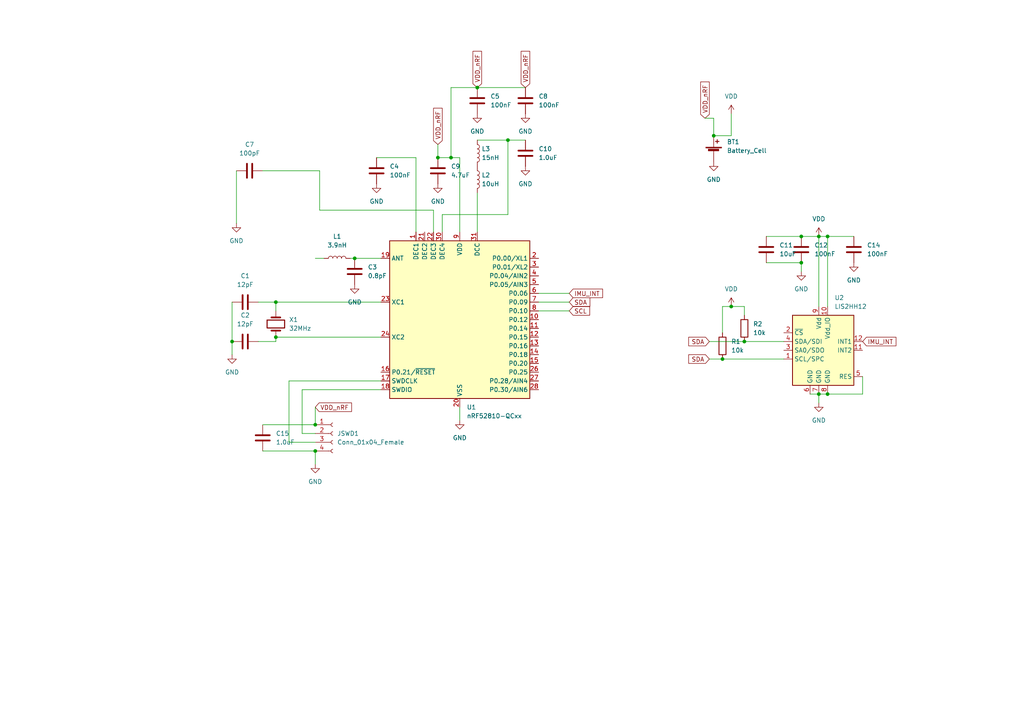
<source format=kicad_sch>
(kicad_sch (version 20211123) (generator eeschema)
  (paper "A4")
  (lib_symbols
    (symbol "Connector:Conn_01x04_Female" (pin_names (offset 1.016) hide)
      (property "Reference" "J" (at 0 5.08 0))
      (property "Value" "Conn_01x04_Female" (at 0 -7.62 0))
      (symbol "Conn_01x04_Female_1_1"
        (arc (start 0 -4.572) (mid -0.508 -5.08) (end 0 -5.588) (stroke (width 0.1524)))
        (arc (start 0 -2.032) (mid -0.508 -2.54) (end 0 -3.048) (stroke (width 0.1524)))
        (polyline (pts (xy -1.27 -5.08) (xy -0.508 -5.08)) (stroke (width 0.1524)))
        (polyline (pts (xy -1.27 -2.54) (xy -0.508 -2.54)) (stroke (width 0.1524)))
        (polyline (pts (xy -1.27 0) (xy -0.508 0)) (stroke (width 0.1524)))
        (polyline (pts (xy -1.27 2.54) (xy -0.508 2.54)) (stroke (width 0.1524)))
        (arc (start 0 0.508) (mid -0.508 0) (end 0 -0.508) (stroke (width 0.1524)))
        (arc (start 0 3.048) (mid -0.508 2.54) (end 0 2.032) (stroke (width 0.1524)))
        (pin passive line (at -5.08 2.54 0) (length 3.81) (name "Pin_1") (number "1"))
        (pin passive line (at -5.08 0 0) (length 3.81) (name "Pin_2") (number "2"))
        (pin passive line (at -5.08 -2.54 0) (length 3.81) (name "Pin_3") (number "3"))
        (pin passive line (at -5.08 -5.08 0) (length 3.81) (name "Pin_4") (number "4"))
      )
    )
    (symbol "Device:Battery_Cell" (pin_numbers hide) (pin_names (offset 0) hide)
      (property "Reference" "BT" (at 2.54 2.54 0))
      (property "Value" "Battery_Cell" (at 2.54 0 0))
      (symbol "Battery_Cell_0_1"
        (rectangle (start -2.286 1.778) (end 2.286 1.524) (fill (type outline)))
        (rectangle (start -1.5748 1.1938) (end 1.4732 0.6858) (fill (type outline)))
        (polyline (pts (xy 0 0.762) (xy 0 0)))
        (polyline (pts (xy 0 1.778) (xy 0 2.54)))
        (polyline (pts (xy 0.508 3.429) (xy 1.524 3.429)) (stroke (width 0.254)))
        (polyline (pts (xy 1.016 3.937) (xy 1.016 2.921)) (stroke (width 0.254)))
      )
      (symbol "Battery_Cell_1_1"
        (pin passive line (at 0 5.08 270) (length 2.54) (name "+") (number "1"))
        (pin passive line (at 0 -2.54 90) (length 2.54) (name "-") (number "2"))
      )
    )
    (symbol "Device:C" (pin_numbers hide) (pin_names (offset 0.254))
      (property "Reference" "C" (at 0.635 2.54 0))
      (property "Value" "C" (at 0.635 -2.54 0))
      (symbol "C_0_1"
        (polyline (pts (xy -2.032 -0.762) (xy 2.032 -0.762)) (stroke (width 0.508)))
        (polyline (pts (xy -2.032 0.762) (xy 2.032 0.762)) (stroke (width 0.508)))
      )
      (symbol "C_1_1"
        (pin passive line (at 0 3.81 270) (length 2.794) (name "~") (number "1"))
        (pin passive line (at 0 -3.81 90) (length 2.794) (name "~") (number "2"))
      )
    )
    (symbol "Device:Crystal" (pin_numbers hide) (pin_names (offset 1.016) hide)
      (property "Reference" "Y" (at 0 3.81 0))
      (property "Value" "Crystal" (at 0 -3.81 0))
      (symbol "Crystal_0_1"
        (rectangle (start -1.143 2.54) (end 1.143 -2.54) (stroke (width 0.3048)))
        (polyline (pts (xy -2.54 0) (xy -1.905 0)))
        (polyline (pts (xy -1.905 -1.27) (xy -1.905 1.27)) (stroke (width 0.508)))
        (polyline (pts (xy 1.905 -1.27) (xy 1.905 1.27)) (stroke (width 0.508)))
        (polyline (pts (xy 2.54 0) (xy 1.905 0)))
      )
      (symbol "Crystal_1_1"
        (pin passive line (at -3.81 0 0) (length 1.27) (name "1") (number "1"))
        (pin passive line (at 3.81 0 180) (length 1.27) (name "2") (number "2"))
      )
    )
    (symbol "Device:L" (pin_numbers hide) (pin_names (offset 1.016) hide)
      (property "Reference" "L" (at -1.27 0 90))
      (property "Value" "L" (at 1.905 0 90))
      (symbol "L_0_1"
        (arc (start 0 -2.54) (mid 0.635 -1.905) (end 0 -1.27))
        (arc (start 0 -1.27) (mid 0.635 -0.635) (end 0 0))
        (arc (start 0 0) (mid 0.635 0.635) (end 0 1.27))
        (arc (start 0 1.27) (mid 0.635 1.905) (end 0 2.54))
      )
      (symbol "L_1_1"
        (pin passive line (at 0 3.81 270) (length 1.27) (name "1") (number "1"))
        (pin passive line (at 0 -3.81 90) (length 1.27) (name "2") (number "2"))
      )
    )
    (symbol "Device:R" (pin_numbers hide) (pin_names (offset 0))
      (property "Reference" "R" (at 2.032 0 90))
      (property "Value" "R" (at 0 0 90))
      (symbol "R_0_1"
        (rectangle (start -1.016 -2.54) (end 1.016 2.54) (stroke (width 0.254)))
      )
      (symbol "R_1_1"
        (pin passive line (at 0 3.81 270) (length 1.27) (name "~") (number "1"))
        (pin passive line (at 0 -3.81 90) (length 1.27) (name "~") (number "2"))
      )
    )
    (symbol "MCU_Nordic:nRF52810-QCxx"
      (property "Reference" "U" (at 0 1.27 0))
      (property "Value" "nRF52810-QCxx" (at 0 -1.27 0))
      (symbol "nRF52810-QCxx_0_1"
        (rectangle (start -20.32 22.86) (end 20.32 -22.86) (stroke (width 0.254)) (fill (type background)))
      )
      (symbol "nRF52810-QCxx_1_1"
        (pin passive line (at -12.7 25.4 270) (length 2.54) (name "DEC1") (number "1"))
        (pin bidirectional line (at 22.86 0 180) (length 2.54) (name "P0.12") (number "10"))
        (pin bidirectional line (at 22.86 -2.54 180) (length 2.54) (name "P0.14") (number "11"))
        (pin bidirectional line (at 22.86 -5.08 180) (length 2.54) (name "P0.15") (number "12"))
        (pin bidirectional line (at 22.86 -7.62 180) (length 2.54) (name "P0.16") (number "13"))
        (pin bidirectional line (at 22.86 -10.16 180) (length 2.54) (name "P0.18") (number "14"))
        (pin bidirectional line (at 22.86 -12.7 180) (length 2.54) (name "P0.20") (number "15"))
        (pin bidirectional line (at -22.86 -15.24 0) (length 2.54) (name "P0.21/~{RESET}") (number "16"))
        (pin input line (at -22.86 -17.78 0) (length 2.54) (name "SWDCLK") (number "17"))
        (pin bidirectional line (at -22.86 -20.32 0) (length 2.54) (name "SWDIO") (number "18"))
        (pin passive line (at -22.86 17.78 0) (length 2.54) (name "ANT") (number "19"))
        (pin bidirectional line (at 22.86 17.78 180) (length 2.54) (name "P0.00/XL1") (number "2"))
        (pin power_in line (at 0 -25.4 90) (length 2.54) (name "VSS") (number "20"))
        (pin passive line (at -10.16 25.4 270) (length 2.54) (name "DEC2") (number "21"))
        (pin passive line (at -7.62 25.4 270) (length 2.54) (name "DEC3") (number "22"))
        (pin input line (at -22.86 5.08 0) (length 2.54) (name "XC1") (number "23"))
        (pin input line (at -22.86 -5.08 0) (length 2.54) (name "XC2") (number "24"))
        (pin passive line (at 0 25.4 270) (length 2.54) hide (name "VDD") (number "25"))
        (pin bidirectional line (at 22.86 -15.24 180) (length 2.54) (name "P0.25") (number "26"))
        (pin bidirectional line (at 22.86 -17.78 180) (length 2.54) (name "P0.28/AIN4") (number "27"))
        (pin bidirectional line (at 22.86 -20.32 180) (length 2.54) (name "P0.30/AIN6") (number "28"))
        (pin passive line (at 0 -25.4 90) (length 2.54) hide (name "VSS") (number "29"))
        (pin bidirectional line (at 22.86 15.24 180) (length 2.54) (name "P0.01/XL2") (number "3"))
        (pin passive line (at -5.08 25.4 270) (length 2.54) (name "DEC4") (number "30"))
        (pin power_out line (at 5.08 25.4 270) (length 2.54) (name "DCC") (number "31"))
        (pin passive line (at 0 25.4 270) (length 2.54) hide (name "VDD") (number "32"))
        (pin passive line (at 0 -25.4 90) (length 2.54) hide (name "VSS") (number "33"))
        (pin bidirectional line (at 22.86 12.7 180) (length 2.54) (name "P0.04/AIN2") (number "4"))
        (pin bidirectional line (at 22.86 10.16 180) (length 2.54) (name "P0.05/AIN3") (number "5"))
        (pin bidirectional line (at 22.86 7.62 180) (length 2.54) (name "P0.06") (number "6"))
        (pin bidirectional line (at 22.86 5.08 180) (length 2.54) (name "P0.09") (number "7"))
        (pin bidirectional line (at 22.86 2.54 180) (length 2.54) (name "P0.10") (number "8"))
        (pin power_in line (at 0 25.4 270) (length 2.54) (name "VDD") (number "9"))
      )
    )
    (symbol "Sensor_Motion:LIS2HH12"
      (property "Reference" "U" (at -5.08 11.43 0))
      (property "Value" "LIS2HH12" (at 3.81 11.43 0))
      (symbol "LIS2HH12_0_1"
        (rectangle (start -7.62 10.16) (end 10.16 -10.16) (stroke (width 0.254)) (fill (type background)))
      )
      (symbol "LIS2HH12_1_1"
        (pin input line (at -10.16 -2.54 0) (length 2.54) (name "SCL/SPC") (number "1"))
        (pin power_in line (at 2.54 12.7 270) (length 2.54) (name "Vdd_IO") (number "10"))
        (pin output line (at 12.7 0 180) (length 2.54) (name "INT2") (number "11"))
        (pin output line (at 12.7 2.54 180) (length 2.54) (name "INT1") (number "12"))
        (pin input line (at -10.16 5.08 0) (length 2.54) (name "~{CS}") (number "2"))
        (pin bidirectional line (at -10.16 0 0) (length 2.54) (name "SA0/SDO") (number "3"))
        (pin bidirectional line (at -10.16 2.54 0) (length 2.54) (name "SDA/SDI") (number "4"))
        (pin passive line (at 12.7 -7.62 180) (length 2.54) (name "RES") (number "5"))
        (pin power_in line (at -2.54 -12.7 90) (length 2.54) (name "GND") (number "6"))
        (pin power_in line (at 0 -12.7 90) (length 2.54) (name "GND") (number "7"))
        (pin power_in line (at 2.54 -12.7 90) (length 2.54) (name "GND") (number "8"))
        (pin power_in line (at 0 12.7 270) (length 2.54) (name "Vdd") (number "9"))
      )
    )
    (symbol "power:GND" (power) (pin_names (offset 0))
      (property "Value" "GND" (at 0 -3.81 0))
      (symbol "GND_0_1"
        (polyline (pts (xy 0 0) (xy 0 -1.27) (xy 1.27 -1.27) (xy 0 -2.54) (xy -1.27 -1.27) (xy 0 -1.27)))
      )
      (symbol "GND_1_1"
        (pin power_in line (at 0 0 270) (length 0) hide (name "GND") (number "1"))
      )
    )
    (symbol "power:VDD" (power) (pin_names (offset 0))
      (property "Value" "VDD" (at 0 3.81 0))
      (symbol "VDD_0_1"
        (polyline (pts (xy -0.762 1.27) (xy 0 2.54)))
        (polyline (pts (xy 0 0) (xy 0 2.54)))
        (polyline (pts (xy 0 2.54) (xy 0.762 1.27)))
      )
      (symbol "VDD_1_1"
        (pin power_in line (at 0 0 90) (length 0) hide (name "VDD") (number "1"))
      )
    )
  )
  (junction (at 91.44 123.19))
  (junction (at 212.09 88.9))
  (junction (at 237.49 114.3))
  (junction (at 91.44 130.81))
  (junction (at 138.43 25.4))
  (junction (at 237.49 68.58))
  (junction (at 207.01 39.37))
  (junction (at 232.41 76.2))
  (junction (at 147.32 40.64))
  (junction (at 130.81 45.72))
  (junction (at 209.55 104.14))
  (junction (at 232.41 68.58))
  (junction (at 80.01 97.79))
  (junction (at 215.9 99.06))
  (junction (at 102.87 74.93))
  (junction (at 67.31 99.06))
  (junction (at 240.03 68.58))
  (junction (at 240.03 114.3))
  (junction (at 127 45.72))
  (junction (at 80.01 87.63))
  (wire (pts (xy 250.19 109.22) (xy 250.19 114.3)))
  (wire (pts (xy 67.31 99.06) (xy 67.31 102.87)))
  (wire (pts (xy 127 45.72) (xy 130.81 45.72)))
  (wire (pts (xy 130.81 45.72) (xy 133.35 45.72)))
  (wire (pts (xy 205.74 104.14) (xy 209.55 104.14)))
  (wire (pts (xy 133.35 118.11) (xy 133.35 121.92)))
  (wire (pts (xy 92.71 49.53) (xy 92.71 60.96)))
  (wire (pts (xy 87.63 125.73) (xy 87.63 113.03)))
  (wire (pts (xy 237.49 68.58) (xy 237.49 88.9)))
  (wire (pts (xy 240.03 68.58) (xy 240.03 88.9)))
  (wire (pts (xy 80.01 97.79) (xy 110.49 97.79)))
  (wire (pts (xy 138.43 25.4) (xy 130.81 25.4)))
  (wire (pts (xy 204.47 34.29) (xy 207.01 34.29)))
  (wire (pts (xy 215.9 91.44) (xy 215.9 88.9)))
  (wire (pts (xy 205.74 99.06) (xy 215.9 99.06)))
  (wire (pts (xy 232.41 68.58) (xy 237.49 68.58)))
  (wire (pts (xy 83.82 110.49) (xy 83.82 128.27)))
  (wire (pts (xy 127 41.91) (xy 127 45.72)))
  (wire (pts (xy 120.65 45.72) (xy 109.22 45.72)))
  (wire (pts (xy 83.82 128.27) (xy 91.44 128.27)))
  (wire (pts (xy 215.9 99.06) (xy 227.33 99.06)))
  (wire (pts (xy 212.09 39.37) (xy 212.09 33.02)))
  (wire (pts (xy 80.01 87.63) (xy 110.49 87.63)))
  (wire (pts (xy 76.2 130.81) (xy 91.44 130.81)))
  (wire (pts (xy 76.2 49.53) (xy 92.71 49.53)))
  (wire (pts (xy 80.01 99.06) (xy 74.93 99.06)))
  (wire (pts (xy 138.43 40.64) (xy 147.32 40.64)))
  (wire (pts (xy 234.95 114.3) (xy 237.49 114.3)))
  (wire (pts (xy 130.81 25.4) (xy 130.81 45.72)))
  (wire (pts (xy 156.21 85.09) (xy 165.1 85.09)))
  (wire (pts (xy 67.31 87.63) (xy 67.31 99.06)))
  (wire (pts (xy 237.49 114.3) (xy 240.03 114.3)))
  (wire (pts (xy 247.65 68.58) (xy 240.03 68.58)))
  (wire (pts (xy 215.9 88.9) (xy 212.09 88.9)))
  (wire (pts (xy 156.21 90.17) (xy 165.1 90.17)))
  (wire (pts (xy 74.93 87.63) (xy 80.01 87.63)))
  (wire (pts (xy 207.01 34.29) (xy 207.01 39.37)))
  (wire (pts (xy 87.63 113.03) (xy 110.49 113.03)))
  (wire (pts (xy 138.43 25.4) (xy 152.4 25.4)))
  (wire (pts (xy 101.6 74.93) (xy 102.87 74.93)))
  (wire (pts (xy 147.32 62.23) (xy 128.27 62.23)))
  (wire (pts (xy 207.01 39.37) (xy 212.09 39.37)))
  (wire (pts (xy 209.55 104.14) (xy 227.33 104.14)))
  (wire (pts (xy 110.49 110.49) (xy 83.82 110.49)))
  (wire (pts (xy 80.01 97.79) (xy 80.01 99.06)))
  (wire (pts (xy 133.35 45.72) (xy 133.35 67.31)))
  (wire (pts (xy 237.49 114.3) (xy 237.49 116.84)))
  (wire (pts (xy 237.49 68.58) (xy 240.03 68.58)))
  (wire (pts (xy 147.32 40.64) (xy 147.32 62.23)))
  (wire (pts (xy 232.41 76.2) (xy 232.41 78.74)))
  (wire (pts (xy 222.25 76.2) (xy 232.41 76.2)))
  (wire (pts (xy 147.32 40.64) (xy 152.4 40.64)))
  (wire (pts (xy 76.2 123.19) (xy 91.44 123.19)))
  (wire (pts (xy 102.87 74.93) (xy 110.49 74.93)))
  (wire (pts (xy 91.44 74.93) (xy 93.98 74.93)))
  (wire (pts (xy 250.19 114.3) (xy 240.03 114.3)))
  (wire (pts (xy 92.71 60.96) (xy 125.73 60.96)))
  (wire (pts (xy 91.44 125.73) (xy 87.63 125.73)))
  (wire (pts (xy 120.65 67.31) (xy 120.65 45.72)))
  (wire (pts (xy 91.44 130.81) (xy 91.44 134.62)))
  (wire (pts (xy 209.55 96.52) (xy 209.55 88.9)))
  (wire (pts (xy 125.73 60.96) (xy 125.73 67.31)))
  (wire (pts (xy 80.01 87.63) (xy 80.01 90.17)))
  (wire (pts (xy 209.55 88.9) (xy 212.09 88.9)))
  (wire (pts (xy 156.21 87.63) (xy 165.1 87.63)))
  (wire (pts (xy 138.43 55.88) (xy 138.43 67.31)))
  (wire (pts (xy 68.58 49.53) (xy 68.58 64.77)))
  (wire (pts (xy 91.44 118.11) (xy 91.44 123.19)))
  (wire (pts (xy 128.27 62.23) (xy 128.27 67.31)))
  (wire (pts (xy 222.25 68.58) (xy 232.41 68.58)))
  (global_label "IMU_INT" (shape input) (at 250.19 99.06 0) (property "Intersheet References" "${INTERSHEET_REFS}" (effects hide)))
  (global_label "VDD_nRF" (shape input) (at 204.47 34.29 90) (property "Intersheet References" "${INTERSHEET_REFS}" (effects hide)))
  (global_label "VDD_nRF" (shape input) (at 127 41.91 90) (property "Intersheet References" "${INTERSHEET_REFS}" (effects hide)))
  (global_label "IMU_INT" (shape input) (at 165.1 85.09 0) (property "Intersheet References" "${INTERSHEET_REFS}" (effects hide)))
  (global_label "SDA" (shape input) (at 205.74 99.06 180) (property "Intersheet References" "${INTERSHEET_REFS}" (effects hide)))
  (global_label "SDA" (shape input) (at 205.74 104.14 180) (property "Intersheet References" "${INTERSHEET_REFS}" (effects hide)))
  (global_label "SCL" (shape input) (at 165.1 90.17 0) (property "Intersheet References" "${INTERSHEET_REFS}" (effects hide)))
  (global_label "SDA" (shape input) (at 165.1 87.63 0) (property "Intersheet References" "${INTERSHEET_REFS}" (effects hide)))
  (global_label "VDD_nRF" (shape input) (at 91.44 118.11 0) (property "Intersheet References" "${INTERSHEET_REFS}" (effects hide)))
  (global_label "VDD_nRF" (shape input) (at 138.43 25.4 90) (property "Intersheet References" "${INTERSHEET_REFS}" (effects hide)))
  (global_label "VDD_nRF" (shape input) (at 152.4 25.4 90) (property "Intersheet References" "${INTERSHEET_REFS}" (effects hide)))
  (symbol (lib_id "power:GND") (at 152.4 33.02 0) (unit 1)
    (property "Reference" "#PWR0101" (effects hide))
    (property "Value" "GND" (at 152.4 38.1 0))
  )
  (symbol (lib_id "Device:R") (at 209.55 100.33 0) (unit 1)
    (property "Reference" "R1" (at 212.09 99.0599 0) (effects (justify left)))
    (property "Value" "10k" (at 212.09 101.5999 0) (effects (justify left)))
    (property "Footprint" "Resistor_SMD:R_0603_1608Metric" (effects hide))
  )
  (symbol (lib_id "power:GND") (at 91.44 134.62 0) (unit 1)
    (property "Reference" "#PWR0109" (effects hide))
    (property "Value" "GND" (at 91.44 139.7 0))
  )
  (symbol (lib_id "Device:C") (at 71.12 87.63 90) (unit 1)
    (property "Reference" "C1" (at 71.12 80.01 90))
    (property "Value" "12pF" (at 71.12 82.55 90))
    (property "Footprint" "Capacitor_SMD:C_0402_1005Metric" (effects hide))
  )
  (symbol (lib_id "Device:C") (at 127 49.53 0) (unit 1)
    (property "Reference" "C9" (at 130.81 48.2599 0) (effects (justify left)))
    (property "Value" "4.7uF" (at 130.81 50.7999 0) (effects (justify left)))
    (property "Footprint" "Capacitor_SMD:C_0603_1608Metric" (effects hide))
  )
  (symbol (lib_id "Device:L") (at 138.43 52.07 0) (unit 1)
    (property "Reference" "L2" (at 139.7 50.7999 0) (effects (justify left)))
    (property "Value" "10uH" (at 139.7 53.3399 0) (effects (justify left)))
    (property "Footprint" "Inductor_SMD:L_0603_1608Metric" (effects hide))
  )
  (symbol (lib_id "Device:Crystal") (at 80.01 93.98 90) (unit 1)
    (property "Reference" "X1" (at 83.82 92.7099 90) (effects (justify right)))
    (property "Value" "32MHz" (at 83.82 95.2499 90) (effects (justify right)))
    (property "Footprint" "Crystal:Crystal_SMD_2016-4Pin_2.0x1.6mm" (effects hide))
  )
  (symbol (lib_id "Device:L") (at 97.79 74.93 90) (unit 1)
    (property "Reference" "L1" (at 97.79 68.58 90))
    (property "Value" "3.9nH" (at 97.79 71.12 90))
    (property "Footprint" "Inductor_SMD:L_0402_1005Metric" (effects hide))
  )
  (symbol (lib_id "power:GND") (at 102.87 82.55 0) (unit 1)
    (property "Reference" "#PWR0106" (effects hide))
    (property "Value" "GND" (at 102.87 87.63 0))
  )
  (symbol (lib_id "power:VDD") (at 212.09 33.02 0) (unit 1)
    (property "Reference" "#PWR0116" (effects hide))
    (property "Value" "VDD" (at 212.09 27.94 0))
  )
  (symbol (lib_id "power:GND") (at 247.65 76.2 0) (unit 1)
    (property "Reference" "#PWR0115" (effects hide))
    (property "Value" "GND" (at 247.65 81.28 0))
  )
  (symbol (lib_id "power:GND") (at 67.31 102.87 0) (unit 1)
    (property "Reference" "#PWR0104" (effects hide))
    (property "Value" "GND" (at 67.31 107.95 0))
  )
  (symbol (lib_id "Device:C") (at 102.87 78.74 0) (unit 1)
    (property "Reference" "C3" (at 106.68 77.4699 0) (effects (justify left)))
    (property "Value" "0.8pF" (at 106.68 80.0099 0) (effects (justify left)))
    (property "Footprint" "Capacitor_SMD:C_0402_1005Metric" (effects hide))
  )
  (symbol (lib_id "Device:C") (at 152.4 44.45 0) (unit 1)
    (property "Reference" "C10" (at 156.21 43.1799 0) (effects (justify left)))
    (property "Value" "1.0uF" (at 156.21 45.7199 0) (effects (justify left)))
    (property "Footprint" "Capacitor_SMD:C_0603_1608Metric" (effects hide))
  )
  (symbol (lib_id "power:GND") (at 207.01 46.99 0) (unit 1)
    (property "Reference" "#PWR0117" (effects hide))
    (property "Value" "GND" (at 207.01 52.07 0))
  )
  (symbol (lib_id "power:VDD") (at 212.09 88.9 0) (unit 1)
    (property "Reference" "#PWR0111" (effects hide))
    (property "Value" "VDD" (at 212.09 83.82 0))
  )
  (symbol (lib_id "power:GND") (at 68.58 64.77 0) (unit 1)
    (property "Reference" "#PWR0105" (effects hide))
    (property "Value" "GND" (at 68.58 69.85 0))
  )
  (symbol (lib_id "Device:C") (at 232.41 72.39 180) (unit 1)
    (property "Reference" "C12" (at 236.22 71.1199 0) (effects (justify right)))
    (property "Value" "100nF" (at 236.22 73.6599 0) (effects (justify right)))
    (property "Footprint" "Capacitor_SMD:C_0603_1608Metric" (effects hide))
  )
  (symbol (lib_id "Connector:Conn_01x04_Female") (at 96.52 125.73 0) (unit 1)
    (property "Reference" "JSWD1" (at 97.79 125.7299 0) (effects (justify left)))
    (property "Value" "Conn_01x04_Female" (at 97.79 128.2699 0) (effects (justify left)))
    (property "Footprint" "Connector_PinHeader_1.27mm:PinHeader_1x04_P1.27mm_Horizontal" (effects hide))
  )
  (symbol (lib_id "Device:L") (at 138.43 44.45 0) (unit 1)
    (property "Reference" "L3" (at 139.7 43.1799 0) (effects (justify left)))
    (property "Value" "15nH" (at 139.7 45.7199 0) (effects (justify left)))
    (property "Footprint" "Inductor_SMD:L_0402_1005Metric" (effects hide))
  )
  (symbol (lib_id "power:GND") (at 152.4 48.26 0) (unit 1)
    (property "Reference" "#PWR0103" (effects hide))
    (property "Value" "GND" (at 152.4 53.34 0))
  )
  (symbol (lib_id "Device:C") (at 222.25 72.39 180) (unit 1)
    (property "Reference" "C11" (at 226.06 71.1199 0) (effects (justify right)))
    (property "Value" "10uF" (at 226.06 73.6599 0) (effects (justify right)))
    (property "Footprint" "Capacitor_SMD:C_0603_1608Metric" (effects hide))
  )
  (symbol (lib_id "Sensor_Motion:LIS2HH12") (at 237.49 101.6 0) (unit 1)
    (property "Reference" "U2" (at 242.0494 86.36 0) (effects (justify left)))
    (property "Value" "LIS2HH12" (at 242.0494 88.9 0) (effects (justify left)))
    (property "Footprint" "Package_LGA:LGA-12_2x2mm_P0.5mm" (effects hide))
    (property "Datasheet" "www.st.com/resource/en/datasheet/lis2hh12.pdf" (effects hide))
  )
  (symbol (lib_id "MCU_Nordic:nRF52810-QCxx") (at 133.35 92.71 0) (unit 1)
    (property "Reference" "U1" (at 135.3694 118.11 0) (effects (justify left)))
    (property "Value" "nRF52810-QCxx" (at 135.3694 120.65 0) (effects (justify left)))
    (property "Footprint" "Package_DFN_QFN:QFN-32-1EP_5x5mm_P0.5mm_EP3.6x3.6mm" (effects hide))
    (property "Datasheet" "http://infocenter.nordicsemi.com/pdf/nRF52810_PS_v1.1.pdf" (effects hide))
  )
  (symbol (lib_id "Device:C") (at 71.12 99.06 90) (unit 1)
    (property "Reference" "C2" (at 71.12 91.44 90))
    (property "Value" "12pF" (at 71.12 93.98 90))
    (property "Footprint" "Capacitor_SMD:C_0402_1005Metric" (effects hide))
  )
  (symbol (lib_id "power:VDD") (at 237.49 68.58 0) (unit 1)
    (property "Reference" "#PWR0113" (effects hide))
    (property "Value" "VDD" (at 237.49 63.5 0))
  )
  (symbol (lib_id "Device:C") (at 138.43 29.21 0) (unit 1)
    (property "Reference" "C5" (at 142.24 27.9399 0) (effects (justify left)))
    (property "Value" "100nF" (at 142.24 30.4799 0) (effects (justify left)))
    (property "Footprint" "Capacitor_SMD:C_0402_1005Metric" (effects hide))
  )
  (symbol (lib_id "Device:C") (at 152.4 29.21 0) (unit 1)
    (property "Reference" "C8" (at 156.21 27.9399 0) (effects (justify left)))
    (property "Value" "100nF" (at 156.21 30.4799 0) (effects (justify left)))
    (property "Footprint" "Capacitor_SMD:C_0402_1005Metric" (effects hide))
  )
  (symbol (lib_id "Device:C") (at 109.22 49.53 0) (unit 1)
    (property "Reference" "C4" (at 113.03 48.2599 0) (effects (justify left)))
    (property "Value" "100nF" (at 113.03 50.7999 0) (effects (justify left)))
    (property "Footprint" "Capacitor_SMD:C_0402_1005Metric" (effects hide))
  )
  (symbol (lib_id "power:GND") (at 109.22 53.34 0) (unit 1)
    (property "Reference" "#PWR0108" (effects hide))
    (property "Value" "GND" (at 109.22 58.42 0))
  )
  (symbol (lib_id "Device:C") (at 72.39 49.53 90) (unit 1)
    (property "Reference" "C7" (at 72.39 41.91 90))
    (property "Value" "100pF" (at 72.39 44.45 90))
    (property "Footprint" "Capacitor_SMD:C_0402_1005Metric" (effects hide))
  )
  (symbol (lib_id "power:GND") (at 138.43 33.02 0) (unit 1)
    (property "Reference" "#PWR0102" (effects hide))
    (property "Value" "GND" (at 138.43 38.1 0))
  )
  (symbol (lib_id "power:GND") (at 127 53.34 0) (unit 1)
    (property "Reference" "#PWR0107" (effects hide))
    (property "Value" "GND" (at 127 58.42 0))
  )
  (symbol (lib_id "power:GND") (at 232.41 78.74 0) (unit 1)
    (property "Reference" "#PWR0114" (effects hide))
    (property "Value" "GND" (at 232.41 83.82 0))
  )
  (symbol (lib_id "Device:Battery_Cell") (at 207.01 44.45 0) (unit 1)
    (property "Reference" "BT1" (at 210.82 41.1479 0) (effects (justify left)))
    (property "Value" "Battery_Cell" (at 210.82 43.6879 0) (effects (justify left)))
    (property "Footprint" "Battery:BatteryHolder_Keystone_3002_1x2032" (effects hide))
  )
  (symbol (lib_id "Device:R") (at 215.9 95.25 0) (unit 1)
    (property "Reference" "R2" (at 218.44 93.9799 0) (effects (justify left)))
    (property "Value" "10k" (at 218.44 96.5199 0) (effects (justify left)))
    (property "Footprint" "Resistor_SMD:R_0603_1608Metric" (effects hide))
  )
  (symbol (lib_id "power:GND") (at 237.49 116.84 0) (unit 1)
    (property "Reference" "#PWR0112" (effects hide))
    (property "Value" "GND" (at 237.49 121.92 0))
  )
  (symbol (lib_id "power:GND") (at 133.35 121.92 0) (unit 1)
    (property "Reference" "#PWR0110" (effects hide))
    (property "Value" "GND" (at 133.35 127 0))
  )
  (symbol (lib_id "Device:C") (at 76.2 127 180) (unit 1)
    (property "Reference" "C15" (at 80.01 125.7299 0) (effects (justify right)))
    (property "Value" "1.0uF" (at 80.01 128.2699 0) (effects (justify right)))
    (property "Footprint" "Capacitor_SMD:C_0603_1608Metric" (effects hide))
  )
  (symbol (lib_id "Device:C") (at 247.65 72.39 180) (unit 1)
    (property "Reference" "C14" (at 251.46 71.1199 0) (effects (justify right)))
    (property "Value" "100nF" (at 251.46 73.6599 0) (effects (justify right)))
    (property "Footprint" "Capacitor_SMD:C_0603_1608Metric" (effects hide))
  )
)
</source>
